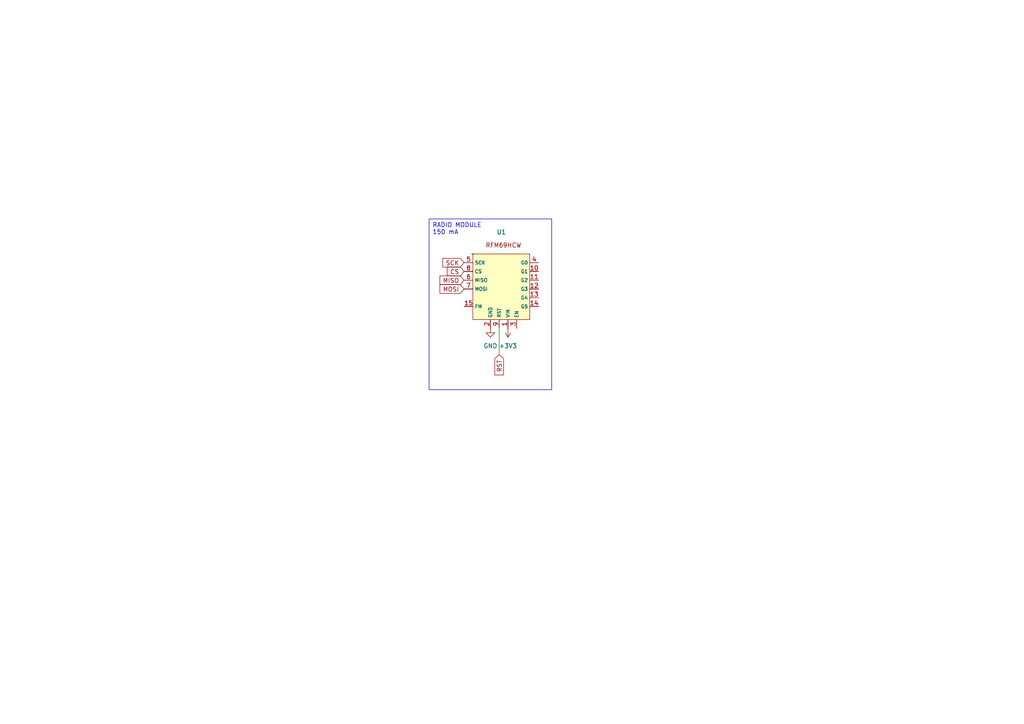
<source format=kicad_sch>
(kicad_sch (version 20230121) (generator eeschema)
  (paper "A4")
  (lib_symbols
    (symbol "CanSat:RFM69HCW"
      (property "Reference" "U" (at 8.89 5.08 0))
      (symbol "RFM69HCW_1_1"
        (rectangle (start 0 0) (end 16.51 -19.05) (fill (type background)))
        (text "RFM69HCW" (at 8.89 2.54 0) (effects (font (size 1.27 1.27))))
        (pin input line (at 10.16 -21.59 90) (length 2.54) (name "VIN") (number "1"))
        (pin input line (at 19.05 -5.08 180) (length 2.54) (name "G1") (number "10"))
        (pin input line (at 19.05 -7.62 180) (length 2.54) (name "G2") (number "11"))
        (pin input line (at 19.05 -10.16 180) (length 2.54) (name "G3") (number "12"))
        (pin input line (at 19.05 -12.7 180) (length 2.54) (name "G4") (number "13"))
        (pin input line (at 19.05 -15.24 180) (length 2.54) (name "G5") (number "14"))
        (pin output line (at -2.54 -15.24 0) (length 2.54) (name "FM") (number "15"))
        (pin bidirectional line (at 5.08 -21.59 90) (length 2.54) (name "GND") (number "2"))
        (pin input line (at 12.7 -21.59 90) (length 2.54) (name "EN") (number "3"))
        (pin input line (at 19.05 -2.54 180) (length 2.54) (name "G0") (number "4"))
        (pin input line (at -2.54 -2.54 0) (length 2.54) (name "SCK") (number "5"))
        (pin input line (at -2.54 -7.62 0) (length 2.54) (name "MISO") (number "6"))
        (pin input line (at -2.54 -10.16 0) (length 2.54) (name "MOSI") (number "7"))
        (pin input line (at -2.54 -5.08 0) (length 2.54) (name "CS") (number "8"))
        (pin input line (at 7.62 -21.59 90) (length 2.54) (name "RST") (number "9"))
      )
    )
    (symbol "power:+3V3" (power) (pin_names (offset 0))
      (property "Value" "+3V3" (at 0 3.556 0))
      (symbol "+3V3_0_1"
        (polyline (pts (xy -0.762 1.27) (xy 0 2.54)))
        (polyline (pts (xy 0 0) (xy 0 2.54)))
        (polyline (pts (xy 0 2.54) (xy 0.762 1.27)))
      )
      (symbol "+3V3_1_1"
        (pin power_in line (at 0 0 90) (length 0) hide (name "+3V3") (number "1"))
      )
    )
    (symbol "power:GND" (power) (pin_names (offset 0))
      (property "Value" "GND" (at 0 -3.81 0))
      (symbol "GND_0_1"
        (polyline (pts (xy 0 0) (xy 0 -1.27) (xy 1.27 -1.27) (xy 0 -2.54) (xy -1.27 -1.27) (xy 0 -1.27)))
      )
      (symbol "GND_1_1"
        (pin power_in line (at 0 0 270) (length 0) hide (name "GND") (number "1"))
      )
    )
  )
  (wire (pts (xy 144.78 95.25) (xy 144.78 102.87)))
  (text_box "RADIO MODULE\n150 mA" (at 124.46 63.5 0) (size 35.56 49.53) (effects (font (size 1.27 1.27)) (justify left top)))
  (global_label "SCK" (shape input) (at 134.62 76.2 180) (property "Intersheetrefs" "${INTERSHEET_REFS}" (effects hide)))
  (global_label "RST" (shape input) (at 144.78 102.87 270) (property "Intersheetrefs" "${INTERSHEET_REFS}" (effects hide)))
  (global_label "MISO" (shape input) (at 134.62 81.28 180) (property "Intersheetrefs" "${INTERSHEET_REFS}" (effects hide)))
  (global_label "CS" (shape input) (at 134.62 78.74 180) (property "Intersheetrefs" "${INTERSHEET_REFS}" (effects hide)))
  (global_label "MOSI" (shape input) (at 134.62 83.82 180) (property "Intersheetrefs" "${INTERSHEET_REFS}" (effects hide)))
  (symbol (lib_id "power:GND") (at 142.24 95.25 0) (unit 1)
    (property "Reference" "#PWR015" (effects hide))
    (property "Value" "GND" (at 142.24 100.33 0))
  )
  (symbol (lib_id "CanSat:RFM69HCW") (at 137.16 73.66 0) (unit 1)
    (property "Reference" "U1" (at 145.415 67.31 0))
    (property "Value" "~" (at 137.16 73.66 0))
    (property "Footprint" "CanSat:RFM69HCW" (effects hide))
    (property "Datasheet" "https://cdn-learn.adafruit.com/downloads/pdf/adafruit-rfm69hcw-and-rfm96-rfm95-rfm98-lora-packet-padio-breakouts.pdf" (effects hide))
  )
  (symbol (lib_id "power:+3V3") (at 147.32 95.25 180) (unit 1)
    (property "Reference" "#PWR016" (effects hide))
    (property "Value" "+3V3" (at 147.32 100.33 0))
  )
)
</source>
